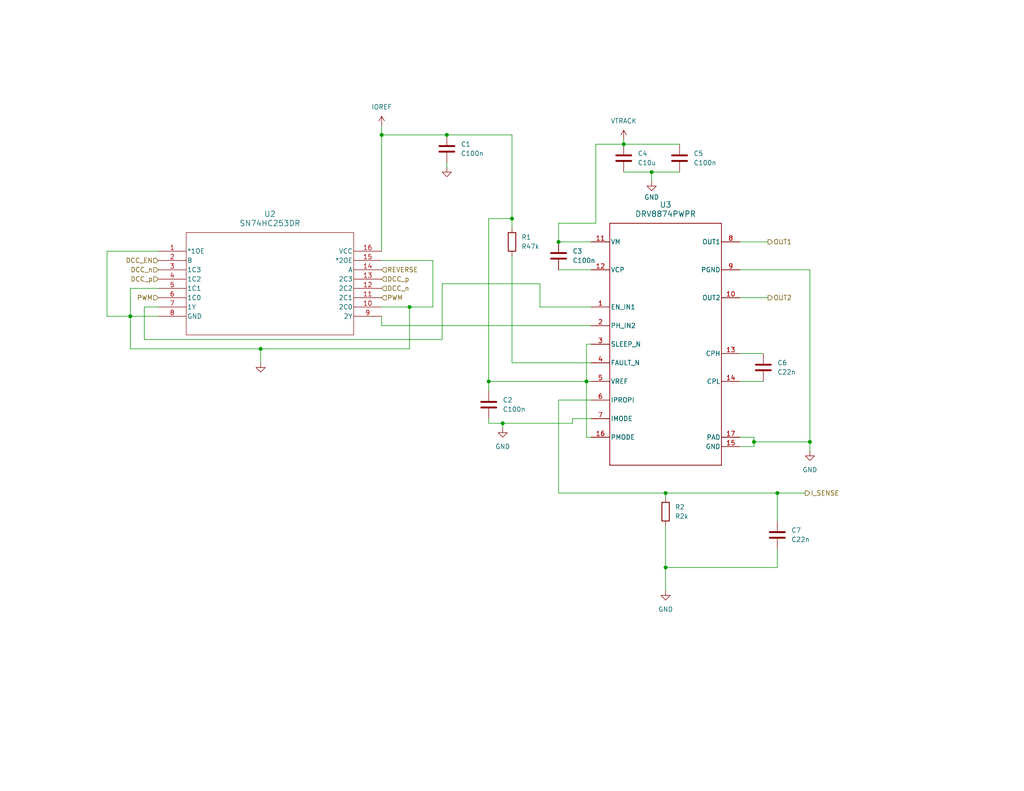
<source format=kicad_sch>
(kicad_sch (version 20231120) (generator "eeschema") (generator_version "8.0")
  (paper "USLetter")
  (title_block (title "Arduino Uno R4 LCC Shield") (date "2024-04-28") (rev "1.0") (company "TMRC") (comment 1 "Noah Paladino"))
  (lib_symbols
    (symbol "DRV8874:DRV8874PWPR" (pin_names (offset 0.254))
      (property "Reference" "U" (at 0 2.54 0))
      (property "Value" "DRV8874PWPR" (at 0 0 0))
      (symbol "DRV8874PWPR_0_1"
        (polyline (pts (xy -15.24 -33.02) (xy 15.24 -33.02)) (stroke (width 0.2032)))
        (polyline (pts (xy -15.24 33.02) (xy -15.24 -33.02)) (stroke (width 0.2032)))
        (polyline (pts (xy 15.24 -33.02) (xy 15.24 33.02)) (stroke (width 0.2032)))
        (polyline (pts (xy 15.24 33.02) (xy -15.24 33.02)) (stroke (width 0.2032)))
        (pin input line (at -20.32 10.16 0) (length 5.08) (name "EN_IN1") (number "1"))
        (pin output line (at 20.32 12.7 180) (length 5.08) (name "OUT2") (number "10"))
        (pin power_in line (at -20.32 27.94 0) (length 5.08) (name "VM") (number "11"))
        (pin power_in line (at -20.32 20.32 0) (length 5.08) (name "VCP") (number "12"))
        (pin power_in line (at 20.32 -2.54 180) (length 5.08) (name "CPH") (number "13"))
        (pin power_in line (at 20.32 -10.16 180) (length 5.08) (name "CPL") (number "14"))
        (pin power_in line (at 20.32 -27.94 180) (length 5.08) (name "GND") (number "15"))
        (pin input line (at -20.32 -25.4 0) (length 5.08) (name "PMODE") (number "16"))
        (pin power_in line (at 20.32 -25.4 180) (length 5.08) (name "PAD") (number "17"))
        (pin input line (at -20.32 5.08 0) (length 5.08) (name "PH_IN2") (number "2"))
        (pin input line (at -20.32 0 0) (length 5.08) (name "SLEEP_N") (number "3"))
        (pin open_collector line (at -20.32 -5.08 0) (length 5.08) (name "FAULT_N") (number "4"))
        (pin power_in line (at -20.32 -10.16 0) (length 5.08) (name "VREF") (number "5"))
        (pin output line (at -20.32 -15.24 0) (length 5.08) (name "IPROPI") (number "6"))
        (pin input line (at -20.32 -20.32 0) (length 5.08) (name "IMODE") (number "7"))
        (pin output line (at 20.32 27.94 180) (length 5.08) (name "OUT1") (number "8"))
        (pin power_in line (at 20.32 20.32 180) (length 5.08) (name "PGND") (number "9"))
      )
    )
    (symbol "Device:C" (pin_numbers hide) (pin_names (offset 0.254))
      (property "Reference" "C" (at 0.635 2.54 0))
      (property "Value" "C" (at 0.635 -2.54 0))
      (symbol "C_0_1"
        (polyline (pts (xy -2.032 -0.762) (xy 2.032 -0.762)) (stroke (width 0.508)))
        (polyline (pts (xy -2.032 0.762) (xy 2.032 0.762)) (stroke (width 0.508)))
      )
      (symbol "C_1_1"
        (pin passive line (at 0 3.81 270) (length 2.794) (name "~") (number "1"))
        (pin passive line (at 0 -3.81 90) (length 2.794) (name "~") (number "2"))
      )
    )
    (symbol "Device:R" (pin_numbers hide) (pin_names (offset 0))
      (property "Reference" "R" (at 2.032 0 90))
      (property "Value" "R" (at 0 0 90))
      (symbol "R_0_1"
        (rectangle (start -1.016 -2.54) (end 1.016 2.54) (stroke (width 0.254)))
      )
      (symbol "R_1_1"
        (pin passive line (at 0 3.81 270) (length 1.27) (name "~") (number "1"))
        (pin passive line (at 0 -3.81 90) (length 1.27) (name "~") (number "2"))
      )
    )
    (symbol "SN74HC253DR:SN74HC253DR" (pin_names (offset 0.254))
      (property "Reference" "U" (at 30.48 10.16 0))
      (property "Value" "SN74HC253DR" (at 30.48 7.62 0))
      (symbol "SN74HC253DR_0_1"
        (polyline (pts (xy 7.62 -22.86) (xy 53.34 -22.86)) (stroke (width 0.127)))
        (polyline (pts (xy 7.62 5.08) (xy 7.62 -22.86)) (stroke (width 0.127)))
        (polyline (pts (xy 53.34 -22.86) (xy 53.34 5.08)) (stroke (width 0.127)))
        (polyline (pts (xy 53.34 5.08) (xy 7.62 5.08)) (stroke (width 0.127)))
        (pin input line (at 0 0 0) (length 7.62) (name "*1OE") (number "1"))
        (pin input line (at 60.96 -15.24 180) (length 7.62) (name "2C0") (number "10"))
        (pin input line (at 60.96 -12.7 180) (length 7.62) (name "2C1") (number "11"))
        (pin input line (at 60.96 -10.16 180) (length 7.62) (name "2C2") (number "12"))
        (pin input line (at 60.96 -7.62 180) (length 7.62) (name "2C3") (number "13"))
        (pin input line (at 60.96 -5.08 180) (length 7.62) (name "A") (number "14"))
        (pin input line (at 60.96 -2.54 180) (length 7.62) (name "*2OE") (number "15"))
        (pin power_in line (at 60.96 0 180) (length 7.62) (name "VCC") (number "16"))
        (pin input line (at 0 -2.54 0) (length 7.62) (name "B") (number "2"))
        (pin input line (at 0 -5.08 0) (length 7.62) (name "1C3") (number "3"))
        (pin input line (at 0 -7.62 0) (length 7.62) (name "1C2") (number "4"))
        (pin input line (at 0 -10.16 0) (length 7.62) (name "1C1") (number "5"))
        (pin input line (at 0 -12.7 0) (length 7.62) (name "1C0") (number "6"))
        (pin output line (at 0 -15.24 0) (length 7.62) (name "1Y") (number "7"))
        (pin power_in line (at 0 -17.78 0) (length 7.62) (name "GND") (number "8"))
        (pin output line (at 60.96 -17.78 180) (length 7.62) (name "2Y") (number "9"))
      )
    )
    (symbol "power:+3.3V" (power) (pin_numbers hide) (pin_names (offset 0) hide)
      (property "Value" "+3.3V" (at 0 3.556 0))
      (symbol "+3.3V_0_1"
        (polyline (pts (xy -0.762 1.27) (xy 0 2.54)))
        (polyline (pts (xy 0 0) (xy 0 2.54)))
        (polyline (pts (xy 0 2.54) (xy 0.762 1.27)))
      )
      (symbol "+3.3V_1_1"
        (pin power_in line (at 0 0 90) (length 0) (name "~") (number "1"))
      )
    )
    (symbol "power:GND" (power) (pin_numbers hide) (pin_names (offset 0) hide)
      (property "Value" "GND" (at 0 -3.81 0))
      (symbol "GND_0_1"
        (polyline (pts (xy 0 0) (xy 0 -1.27) (xy 1.27 -1.27) (xy 0 -2.54) (xy -1.27 -1.27) (xy 0 -1.27)))
      )
      (symbol "GND_1_1"
        (pin power_in line (at 0 0 270) (length 0) (name "~") (number "1"))
      )
    )
  )
  (junction (at 152.4 66.04))
  (junction (at 111.76 83.82))
  (junction (at 121.92 36.83))
  (junction (at 137.16 115.57))
  (junction (at 181.61 154.94))
  (junction (at 71.12 95.25))
  (junction (at 133.35 104.14))
  (junction (at 205.74 120.65))
  (junction (at 220.98 120.65))
  (junction (at 160.02 104.14))
  (junction (at 181.61 134.62))
  (junction (at 35.56 86.36))
  (junction (at 177.8 46.99))
  (junction (at 104.14 36.83))
  (junction (at 139.7 59.69))
  (junction (at 212.09 134.62))
  (junction (at 170.18 39.37))
  (wire (pts (xy 29.21 86.36) (xy 35.56 86.36)))
  (wire (pts (xy 133.35 115.57) (xy 137.16 115.57)))
  (wire (pts (xy 104.14 88.9) (xy 161.29 88.9)))
  (wire (pts (xy 121.92 36.83) (xy 139.7 36.83)))
  (wire (pts (xy 121.92 44.45) (xy 121.92 45.72)))
  (wire (pts (xy 152.4 66.04) (xy 161.29 66.04)))
  (wire (pts (xy 162.56 60.96) (xy 152.4 60.96)))
  (wire (pts (xy 152.4 134.62) (xy 181.61 134.62)))
  (wire (pts (xy 118.11 83.82) (xy 111.76 83.82)))
  (wire (pts (xy 161.29 104.14) (xy 160.02 104.14)))
  (wire (pts (xy 139.7 59.69) (xy 139.7 62.23)))
  (wire (pts (xy 162.56 39.37) (xy 162.56 60.96)))
  (wire (pts (xy 170.18 39.37) (xy 185.42 39.37)))
  (wire (pts (xy 208.28 104.14) (xy 201.93 104.14)))
  (wire (pts (xy 181.61 154.94) (xy 212.09 154.94)))
  (wire (pts (xy 104.14 83.82) (xy 111.76 83.82)))
  (wire (pts (xy 71.12 95.25) (xy 35.56 95.25)))
  (wire (pts (xy 201.93 121.92) (xy 205.74 121.92)))
  (wire (pts (xy 209.55 81.28) (xy 201.93 81.28)))
  (wire (pts (xy 104.14 36.83) (xy 104.14 68.58)))
  (wire (pts (xy 181.61 134.62) (xy 181.61 135.89)))
  (wire (pts (xy 220.98 120.65) (xy 220.98 123.19)))
  (wire (pts (xy 139.7 36.83) (xy 139.7 59.69)))
  (wire (pts (xy 219.71 134.62) (xy 212.09 134.62)))
  (wire (pts (xy 161.29 119.38) (xy 160.02 119.38)))
  (wire (pts (xy 139.7 99.06) (xy 161.29 99.06)))
  (wire (pts (xy 201.93 73.66) (xy 220.98 73.66)))
  (wire (pts (xy 39.37 92.71) (xy 120.65 92.71)))
  (wire (pts (xy 29.21 68.58) (xy 29.21 86.36)))
  (wire (pts (xy 120.65 92.71) (xy 120.65 77.47)))
  (wire (pts (xy 170.18 39.37) (xy 162.56 39.37)))
  (wire (pts (xy 177.8 49.53) (xy 177.8 46.99)))
  (wire (pts (xy 118.11 71.12) (xy 118.11 83.82)))
  (wire (pts (xy 133.35 59.69) (xy 139.7 59.69)))
  (wire (pts (xy 147.32 77.47) (xy 147.32 83.82)))
  (wire (pts (xy 111.76 83.82) (xy 111.76 95.25)))
  (wire (pts (xy 220.98 73.66) (xy 220.98 120.65)))
  (wire (pts (xy 35.56 78.74) (xy 35.56 86.36)))
  (wire (pts (xy 212.09 134.62) (xy 212.09 142.24)))
  (wire (pts (xy 43.18 78.74) (xy 35.56 78.74)))
  (wire (pts (xy 209.55 66.04) (xy 201.93 66.04)))
  (wire (pts (xy 181.61 134.62) (xy 212.09 134.62)))
  (wire (pts (xy 181.61 143.51) (xy 181.61 154.94)))
  (wire (pts (xy 152.4 60.96) (xy 152.4 66.04)))
  (wire (pts (xy 156.21 114.3) (xy 156.21 115.57)))
  (wire (pts (xy 208.28 96.52) (xy 201.93 96.52)))
  (wire (pts (xy 133.35 104.14) (xy 160.02 104.14)))
  (wire (pts (xy 43.18 83.82) (xy 39.37 83.82)))
  (wire (pts (xy 205.74 120.65) (xy 205.74 121.92)))
  (wire (pts (xy 43.18 68.58) (xy 29.21 68.58)))
  (wire (pts (xy 201.93 119.38) (xy 205.74 119.38)))
  (wire (pts (xy 205.74 119.38) (xy 205.74 120.65)))
  (wire (pts (xy 160.02 119.38) (xy 160.02 104.14)))
  (wire (pts (xy 104.14 71.12) (xy 118.11 71.12)))
  (wire (pts (xy 35.56 95.25) (xy 35.56 86.36)))
  (wire (pts (xy 160.02 93.98) (xy 160.02 104.14)))
  (wire (pts (xy 161.29 109.22) (xy 152.4 109.22)))
  (wire (pts (xy 133.35 104.14) (xy 133.35 106.68)))
  (wire (pts (xy 205.74 120.65) (xy 220.98 120.65)))
  (wire (pts (xy 212.09 154.94) (xy 212.09 149.86)))
  (wire (pts (xy 35.56 86.36) (xy 43.18 86.36)))
  (wire (pts (xy 139.7 69.85) (xy 139.7 99.06)))
  (wire (pts (xy 170.18 46.99) (xy 177.8 46.99)))
  (wire (pts (xy 170.18 38.1) (xy 170.18 39.37)))
  (wire (pts (xy 104.14 34.29) (xy 104.14 36.83)))
  (wire (pts (xy 147.32 83.82) (xy 161.29 83.82)))
  (wire (pts (xy 39.37 83.82) (xy 39.37 92.71)))
  (wire (pts (xy 137.16 115.57) (xy 156.21 115.57)))
  (wire (pts (xy 181.61 154.94) (xy 181.61 161.29)))
  (wire (pts (xy 104.14 36.83) (xy 121.92 36.83)))
  (wire (pts (xy 161.29 93.98) (xy 160.02 93.98)))
  (wire (pts (xy 133.35 115.57) (xy 133.35 114.3)))
  (wire (pts (xy 152.4 73.66) (xy 161.29 73.66)))
  (wire (pts (xy 71.12 99.06) (xy 71.12 95.25)))
  (wire (pts (xy 111.76 95.25) (xy 71.12 95.25)))
  (wire (pts (xy 120.65 77.47) (xy 147.32 77.47)))
  (wire (pts (xy 104.14 88.9) (xy 104.14 86.36)))
  (wire (pts (xy 177.8 46.99) (xy 185.42 46.99)))
  (wire (pts (xy 137.16 115.57) (xy 137.16 116.84)))
  (wire (pts (xy 133.35 104.14) (xy 133.35 59.69)))
  (wire (pts (xy 152.4 109.22) (xy 152.4 134.62)))
  (wire (pts (xy 161.29 114.3) (xy 156.21 114.3)))
  (hierarchical_label "PWM" (shape input) (at 43.18 81.28 180))
  (hierarchical_label "DCC_p" (shape input) (at 43.18 76.2 180))
  (hierarchical_label "OUT1" (shape output) (at 209.55 66.04 0))
  (hierarchical_label "REVERSE" (shape input) (at 104.14 73.66 0))
  (hierarchical_label "I_SENSE" (shape output) (at 219.71 134.62 0))
  (hierarchical_label "DCC_p" (shape input) (at 104.14 76.2 0))
  (hierarchical_label "OUT2" (shape output) (at 209.55 81.28 0))
  (hierarchical_label "PWM" (shape input) (at 104.14 81.28 0))
  (hierarchical_label "DCC_n" (shape input) (at 104.14 78.74 0))
  (hierarchical_label "DCC_EN" (shape input) (at 43.18 71.12 180))
  (hierarchical_label "DCC_n" (shape input) (at 43.18 73.66 180))
  (symbol (lib_id "Device:C") (at 170.18 43.18 0) (unit 1)
    (property "Reference" "C4" (at 173.99 41.9099 0) (effects (justify left)))
    (property "Value" "C10u" (at 173.99 44.4499 0) (effects (justify left)))
    (property "Footprint" "Capacitor_SMD:C_1206_3216Metric_Pad1.33x1.80mm_HandSolder" (effects (hide yes)))
    (property "Description" "Unpolarized capacitor" (effects (hide yes)))
  )
  (symbol (lib_id "Device:R") (at 181.61 139.7 0) (unit 1)
    (property "Reference" "R2" (at 184.15 138.4299 0) (effects (justify left)))
    (property "Value" "R2k" (at 184.15 140.9699 0) (effects (justify left)))
    (property "Footprint" "Resistor_SMD:R_01005_0402Metric_Pad0.57x0.30mm_HandSolder" (effects (hide yes)))
    (property "Description" "Resistor" (effects (hide yes)))
  )
  (symbol (lib_id "power:GND") (at 71.12 99.06 0) (unit 1)
    (property "Reference" "#PWR013" (effects (hide yes)))
    (property "Value" "GND" (effects (hide yes)))
    (property "Description" "Power symbol creates a global label with name \"GND\" , ground" (effects (hide yes)))
  )
  (symbol (lib_id "power:GND") (at 181.61 161.29 0) (unit 1)
    (property "Reference" "#PWR019" (effects (hide yes)))
    (property "Value" "GND" (at 181.61 166.37 0))
    (property "Description" "Power symbol creates a global label with name \"GND\" , ground" (effects (hide yes)))
  )
  (symbol (lib_id "Device:C") (at 185.42 43.18 0) (unit 1)
    (property "Reference" "C5" (at 189.23 41.9099 0) (effects (justify left)))
    (property "Value" "C100n" (at 189.23 44.4499 0) (effects (justify left)))
    (property "Footprint" "Capacitor_SMD:C_0402_1005Metric_Pad0.74x0.62mm_HandSolder" (effects (hide yes)))
    (property "Description" "Unpolarized capacitor" (effects (hide yes)))
  )
  (symbol (lib_id "power:GND") (at 137.16 116.84 0) (unit 1)
    (property "Reference" "#PWR016" (effects (hide yes)))
    (property "Value" "GND" (at 137.16 121.92 0))
    (property "Description" "Power symbol creates a global label with name \"GND\" , ground" (effects (hide yes)))
  )
  (symbol (lib_id "Device:R") (at 139.7 66.04 0) (unit 1)
    (property "Reference" "R1" (at 142.24 64.7699 0) (effects (justify left)))
    (property "Value" "R47k" (at 142.24 67.3099 0) (effects (justify left)))
    (property "Footprint" "Resistor_SMD:R_01005_0402Metric_Pad0.57x0.30mm_HandSolder" (effects (hide yes)))
    (property "Description" "Resistor" (effects (hide yes)))
  )
  (symbol (lib_id "Device:C") (at 212.09 146.05 0) (unit 1)
    (property "Reference" "C7" (at 215.9 144.7799 0) (effects (justify left)))
    (property "Value" "C22n" (at 215.9 147.3199 0) (effects (justify left)))
    (property "Footprint" "Capacitor_SMD:C_0402_1005Metric_Pad0.74x0.62mm_HandSolder" (effects (hide yes)))
    (property "Description" "Unpolarized capacitor" (effects (hide yes)))
  )
  (symbol (lib_id "Device:C") (at 133.35 110.49 0) (unit 1)
    (property "Reference" "C2" (at 137.16 109.2199 0) (effects (justify left)))
    (property "Value" "C100n" (at 137.16 111.7599 0) (effects (justify left)))
    (property "Footprint" "Capacitor_SMD:C_0402_1005Metric_Pad0.74x0.62mm_HandSolder" (effects (hide yes)))
    (property "Description" "Unpolarized capacitor" (effects (hide yes)))
  )
  (symbol (lib_id "power:GND") (at 121.92 45.72 0) (unit 1)
    (property "Reference" "#PWR015" (effects (hide yes)))
    (property "Value" "GND" (effects (hide yes)))
    (property "Description" "Power symbol creates a global label with name \"GND\" , ground" (effects (hide yes)))
  )
  (symbol (lib_id "SN74HC253DR:SN74HC253DR") (at 43.18 68.58 0) (unit 1)
    (property "Reference" "U2" (at 73.66 58.42 0) (effects (font (size 1.524 1.524))))
    (property "Value" "SN74HC253DR" (at 73.66 60.96 0) (effects (font (size 1.524 1.524))))
    (property "Footprint" "Package_SO:SO-16_3.9x9.9mm_P1.27mm" (effects (hide yes)))
    (property "Datasheet" "SN74HC253DR" (effects (hide yes)))
  )
  (symbol (lib_id "power:GND") (at 177.8 49.53 0) (unit 1)
    (property "Reference" "#PWR018" (effects (hide yes)))
    (property "Value" "GND" (at 177.8 53.848 0))
    (property "Description" "Power symbol creates a global label with name \"GND\" , ground" (effects (hide yes)))
  )
  (symbol (lib_id "DRV8874:DRV8874PWPR") (at 181.61 93.98 0) (unit 1)
    (property "Reference" "U3" (at 181.61 55.88 0) (effects (font (size 1.524 1.524))))
    (property "Value" "DRV8874PWPR" (at 181.61 58.42 0) (effects (font (size 1.524 1.524))))
    (property "Footprint" "DRV8874PWPR:PWP0016J_NV" (effects (hide yes)))
    (property "Datasheet" "DRV8874PWPR" (effects (hide yes)))
  )
  (symbol (lib_id "power:+3.3V") (at 170.18 38.1 0) (unit 1)
    (property "Reference" "#PWR017" (effects (hide yes)))
    (property "Value" "VTRACK" (at 170.18 33.02 0))
    (property "Description" "Power symbol creates a global label with name \"VIN\"" (effects (hide yes)))
  )
  (symbol (lib_id "power:GND") (at 220.98 123.19 0) (unit 1)
    (property "Reference" "#PWR020" (effects (hide yes)))
    (property "Value" "GND" (at 220.98 128.27 0))
    (property "Description" "Power symbol creates a global label with name \"GND\" , ground" (effects (hide yes)))
  )
  (symbol (lib_id "power:+3.3V") (at 104.14 34.29 0) (unit 1)
    (property "Reference" "#PWR014" (effects (hide yes)))
    (property "Value" "IOREF" (at 104.14 29.21 0))
    (property "Description" "Power symbol creates a global label with name \"+3.3V\"" (effects (hide yes)))
  )
  (symbol (lib_id "Device:C") (at 152.4 69.85 0) (unit 1)
    (property "Reference" "C3" (at 156.21 68.5799 0) (effects (justify left)))
    (property "Value" "C100n" (at 156.21 71.1199 0) (effects (justify left)))
    (property "Footprint" "Capacitor_SMD:C_0402_1005Metric_Pad0.74x0.62mm_HandSolder" (effects (hide yes)))
    (property "Description" "Unpolarized capacitor" (effects (hide yes)))
  )
  (symbol (lib_id "Device:C") (at 208.28 100.33 0) (unit 1)
    (property "Reference" "C6" (at 212.09 99.0599 0) (effects (justify left)))
    (property "Value" "C22n" (at 212.09 101.5999 0) (effects (justify left)))
    (property "Footprint" "Capacitor_SMD:C_0402_1005Metric_Pad0.74x0.62mm_HandSolder" (effects (hide yes)))
    (property "Description" "Unpolarized capacitor" (effects (hide yes)))
  )
  (symbol (lib_id "Device:C") (at 121.92 40.64 0) (unit 1)
    (property "Reference" "C1" (at 125.73 39.3699 0) (effects (justify left)))
    (property "Value" "C100n" (at 125.73 41.9099 0) (effects (justify left)))
    (property "Footprint" "Capacitor_SMD:C_0402_1005Metric_Pad0.74x0.62mm_HandSolder" (effects (hide yes)))
    (property "Description" "Unpolarized capacitor" (effects (hide yes)))
  )
)
</source>
